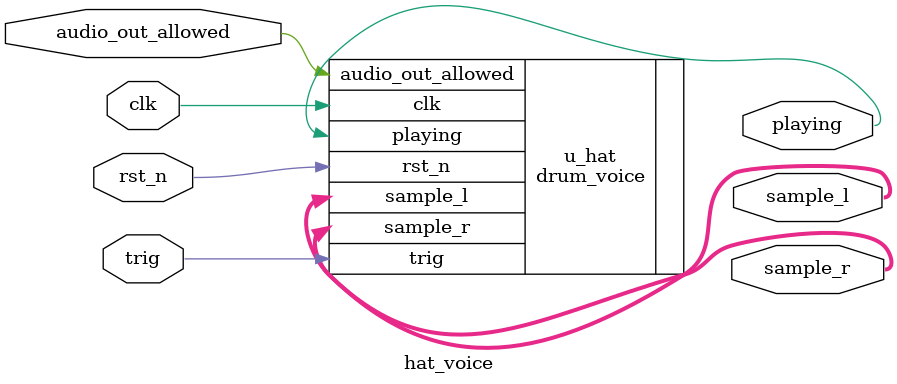
<source format=v>
module hat_voice (
    input  wire        clk,
    input  wire        rst_n,
    input  wire        trig,
    input  wire        audio_out_allowed,
    output wire [15:0] sample_l,
    output wire [15:0] sample_r,
    output wire        playing
);
    drum_voice #(
        .BASE_ADDR (16'd0),       // hat sample start
        .SAMPLE_LEN(32'd4096)
    ) u_hat (
        .clk               (clk),
        .rst_n             (rst_n),
        .trig              (trig),
        .audio_out_allowed (audio_out_allowed),
        .sample_l          (sample_l),
        .sample_r          (sample_r),
        .playing           (playing)
    );
endmodule

</source>
